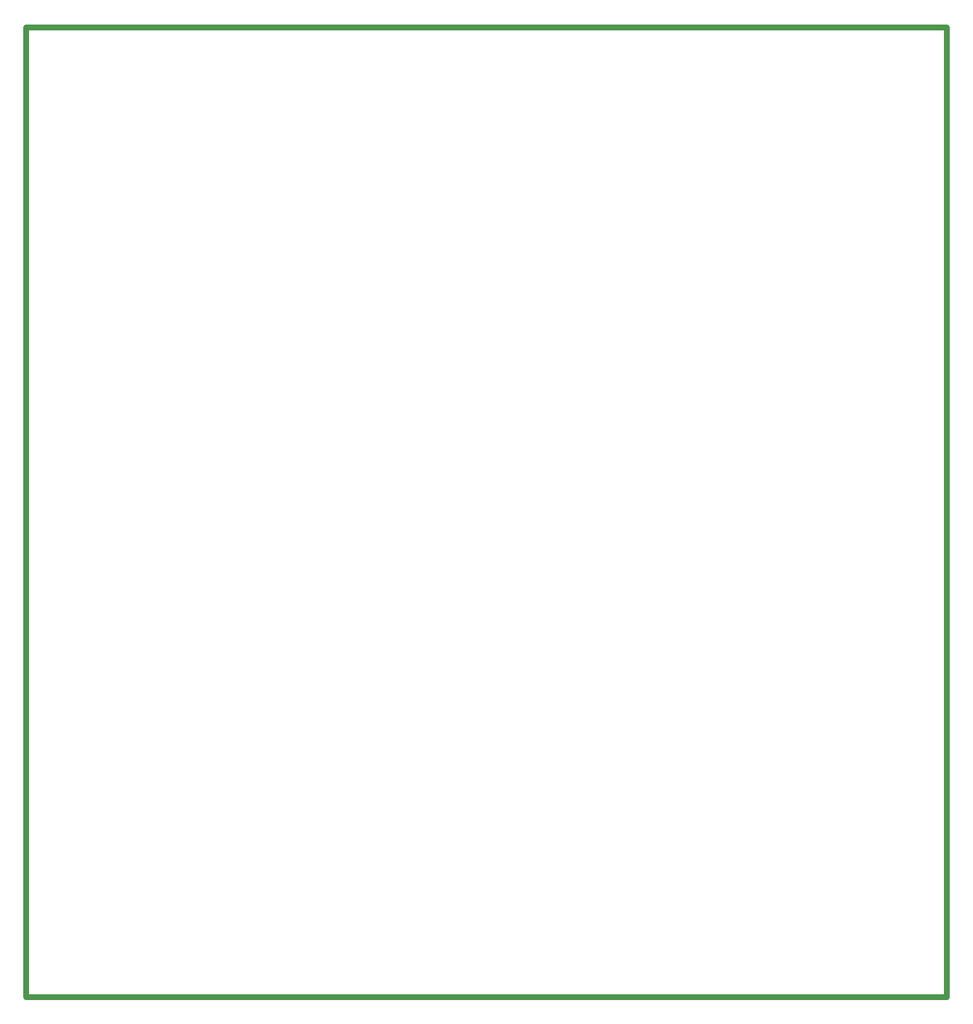
<source format=gko>
%FSAX24Y24*%
%MOIN*%
G70*
G01*
G75*
G04 Layer_Color=16711935*
%ADD10R,0.0512X0.0748*%
%ADD11R,0.0700X0.0650*%
%ADD12R,0.0350X0.0350*%
%ADD13R,0.0350X0.0350*%
%ADD14R,0.3500X0.4200*%
%ADD15R,0.0900X0.0700*%
%ADD16R,0.0374X0.0189*%
%ADD17R,0.0550X0.0400*%
%ADD18R,0.0650X0.0700*%
%ADD19R,0.0512X0.0110*%
%ADD20R,0.0110X0.0512*%
%ADD21R,0.0600X0.0650*%
G04:AMPARAMS|DCode=22|XSize=65mil|YSize=60mil|CornerRadius=15mil|HoleSize=0mil|Usage=FLASHONLY|Rotation=270.000|XOffset=0mil|YOffset=0mil|HoleType=Round|Shape=RoundedRectangle|*
%AMROUNDEDRECTD22*
21,1,0.0650,0.0300,0,0,270.0*
21,1,0.0350,0.0600,0,0,270.0*
1,1,0.0300,-0.0150,-0.0175*
1,1,0.0300,-0.0150,0.0175*
1,1,0.0300,0.0150,0.0175*
1,1,0.0300,0.0150,-0.0175*
%
%ADD22ROUNDEDRECTD22*%
%ADD23R,0.0236X0.0472*%
%ADD24R,0.0260X0.0800*%
%ADD25R,0.0709X0.0551*%
G04:AMPARAMS|DCode=26|XSize=70.9mil|YSize=55.1mil|CornerRadius=13.8mil|HoleSize=0mil|Usage=FLASHONLY|Rotation=180.000|XOffset=0mil|YOffset=0mil|HoleType=Round|Shape=RoundedRectangle|*
%AMROUNDEDRECTD26*
21,1,0.0709,0.0276,0,0,180.0*
21,1,0.0433,0.0551,0,0,180.0*
1,1,0.0276,-0.0217,0.0138*
1,1,0.0276,0.0217,0.0138*
1,1,0.0276,0.0217,-0.0138*
1,1,0.0276,-0.0217,-0.0138*
%
%ADD26ROUNDEDRECTD26*%
%ADD27R,0.1280X0.0846*%
%ADD28R,0.0374X0.0846*%
%ADD29R,0.0800X0.0260*%
%ADD30R,0.0140X0.0701*%
%ADD31R,0.0787X0.0472*%
%ADD32R,0.0591X0.0394*%
%ADD33R,0.0532X0.0138*%
%ADD34R,0.0138X0.0532*%
%ADD35R,0.0400X0.0550*%
%ADD36R,0.0098X0.0610*%
%ADD37R,0.0571X0.0098*%
%ADD38R,0.0571X0.0177*%
%ADD39R,0.1500X0.0800*%
%ADD40R,0.0800X0.1500*%
%ADD41C,0.0100*%
%ADD42C,0.0120*%
%ADD43C,0.0110*%
%ADD44C,0.0150*%
%ADD45C,0.0130*%
%ADD46C,0.0200*%
%ADD47C,0.0300*%
%ADD48C,0.0600*%
%ADD49R,0.0600X0.0600*%
%ADD50R,0.0600X0.0600*%
%ADD51C,0.0591*%
%ADD52C,0.0551*%
%ADD53C,0.0886*%
%ADD54C,0.1772*%
%ADD55C,0.0220*%
%ADD56C,0.0250*%
%ADD57C,0.1600*%
%ADD58C,0.0689*%
%ADD59C,0.0300*%
%ADD60C,0.0500*%
%ADD61C,0.0400*%
%ADD62C,0.2500*%
%ADD63C,0.0079*%
%ADD64C,0.0500*%
%ADD65C,0.0060*%
%ADD66C,0.0070*%
%ADD67C,0.0020*%
%ADD68R,0.0434X0.0249*%
%ADD69R,0.0320X0.0860*%
%ADD70R,0.1340X0.0906*%
%ADD71R,0.0434X0.0906*%
%ADD72R,0.0860X0.0320*%
%ADD73R,0.0180X0.0741*%
%ADD74R,0.0610X0.0138*%
%ADD75R,0.0591X0.0197*%
%ADD76R,0.8500X1.1250*%
%ADD77R,0.5000X0.2750*%
D47*
X010000Y010000D02*
Y060000D01*
X057500D01*
Y010000D02*
Y060000D01*
X010000Y010000D02*
X057500Y010000D01*
X010000D02*
X010000Y010000D01*
M02*

</source>
